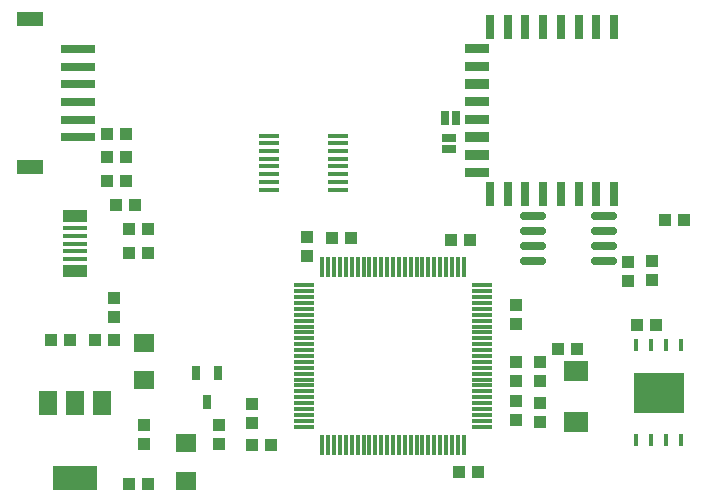
<source format=gtp>
G04 ---------------------------- Layer name :TOP PASTER LAYER*
G04 EasyEDA v5.7.22, Tue, 28 Aug 2018 07:39:09 GMT*
G04 bfd24f9e386c429bb71d77877026fdf2*
G04 Gerber Generator version 0.2*
G04 Scale: 100 percent, Rotated: No, Reflected: No *
G04 Dimensions in inches *
G04 leading zeros omitted , absolute positions ,2 integer and 4 decimal *
%FSLAX24Y24*%
%MOIN*%
G90*
G70D02*

%ADD16C,0.027559*%
%ADD19R,0.149606X0.078740*%
%ADD20R,0.059055X0.078740*%
%ADD21R,0.017717X0.039370*%
%ADD22R,0.167323X0.133858*%
%ADD23R,0.082677X0.017717*%
%ADD24R,0.082677X0.043307*%
%ADD25R,0.039370X0.043307*%
%ADD26R,0.043307X0.039370*%
%ADD27R,0.080000X0.070000*%
%ADD28R,0.027559X0.049213*%
%ADD29R,0.070900X0.063000*%
%ADD30R,0.118110X0.027600*%
%ADD31R,0.086614X0.051181*%
%ADD32R,0.071000X0.016000*%
%ADD33R,0.071500X0.012500*%
%ADD34R,0.012500X0.071500*%
%ADD35R,0.050000X0.025000*%
%ADD36R,0.025000X0.050000*%
%ADD37R,0.031500X0.078740*%

%LPD*%
G54D16*
G01X19966Y8128D02*
G01X19375Y8128D01*
G01X19966Y8628D02*
G01X19375Y8628D01*
G01X19966Y9128D02*
G01X19375Y9128D01*
G01X19966Y9628D02*
G01X19375Y9628D01*
G01X17586Y8128D02*
G01X16995Y8128D01*
G01X17586Y8628D02*
G01X16995Y8628D01*
G01X17586Y9128D02*
G01X16995Y9128D01*
G01X17586Y9628D02*
G01X16995Y9628D01*
G54D19*
G01X2031Y898D03*
G54D20*
G01X2031Y3378D03*
G01X1125Y3378D03*
G01X2936Y3378D03*
G54D21*
G01X20741Y2153D03*
G01X21241Y2153D03*
G01X21741Y2153D03*
G01X22241Y2153D03*
G01X22241Y5303D03*
G01X21741Y5303D03*
G01X21241Y5303D03*
G01X20741Y5303D03*
G54D22*
G01X21491Y3728D03*
G54D23*
G01X2044Y8186D03*
G01X2044Y8442D03*
G01X2044Y8697D03*
G01X2044Y8954D03*
G01X2044Y9210D03*
G54D24*
G01X2044Y9603D03*
G01X2044Y7792D03*
G54D25*
G01X1237Y5497D03*
G01X1867Y5497D03*
G01X3325Y5498D03*
G01X2695Y5498D03*
G01X3837Y9197D03*
G01X4467Y9197D03*
G01X3837Y8397D03*
G01X4467Y8397D03*
G54D26*
G01X3330Y6892D03*
G01X3330Y6261D03*
G54D25*
G01X11225Y8898D03*
G01X10595Y8898D03*
G54D26*
G01X7931Y2703D03*
G01X7931Y3334D03*
G01X17531Y4103D03*
G01X17531Y4734D03*
G54D27*
G01X18731Y4448D03*
G01X18731Y2748D03*
G54D26*
G01X17530Y3392D03*
G01X17530Y2761D03*
G54D25*
G01X18137Y5197D03*
G01X18767Y5197D03*
G01X4025Y9998D03*
G01X3395Y9998D03*
G01X3725Y10798D03*
G01X3095Y10798D03*
G01X3725Y11598D03*
G01X3095Y11598D03*
G01X3725Y12338D03*
G01X3095Y12338D03*
G54D28*
G01X6431Y3405D03*
G01X6057Y4390D03*
G01X6805Y4390D03*
G54D26*
G01X6831Y2003D03*
G01X6831Y2634D03*
G54D25*
G01X3837Y697D03*
G01X4467Y697D03*
G54D29*
G01X5731Y798D03*
G01X5731Y2057D03*
G54D26*
G01X9760Y8921D03*
G01X9760Y8292D03*
G01X16731Y4103D03*
G01X16731Y4734D03*
G54D25*
G01X22335Y9498D03*
G01X21705Y9498D03*
G54D26*
G01X16731Y6003D03*
G01X16731Y6634D03*
G54D25*
G01X21405Y5978D03*
G01X20775Y5978D03*
G01X15195Y8808D03*
G01X14565Y8808D03*
G54D26*
G01X16731Y2803D03*
G01X16731Y3434D03*
G54D25*
G01X7937Y1997D03*
G01X8567Y1997D03*
G01X14837Y1097D03*
G01X15467Y1097D03*
G54D26*
G01X4331Y2003D03*
G01X4331Y2634D03*
G54D29*
G01X4331Y5398D03*
G01X4331Y4138D03*
G54D26*
G01X20470Y8092D03*
G01X20470Y7461D03*
G01X21251Y7484D03*
G01X21251Y8113D03*
G54D30*
G01X2119Y12236D03*
G01X2121Y12828D03*
G01X2121Y13418D03*
G54D31*
G01X526Y11258D03*
G54D30*
G01X2121Y14003D03*
G01X2120Y14598D03*
G01X2120Y15189D03*
G54D31*
G01X543Y16177D03*
G54D32*
G01X10791Y10498D03*
G01X10791Y10757D03*
G01X10791Y11007D03*
G01X10791Y11267D03*
G01X10791Y11528D03*
G01X10791Y11778D03*
G01X10791Y12038D03*
G01X10791Y12288D03*
G01X8511Y12288D03*
G01X8511Y12038D03*
G01X8511Y11778D03*
G01X8511Y11528D03*
G01X8511Y11267D03*
G01X8511Y11007D03*
G01X8511Y10757D03*
G01X8511Y10498D03*
G54D33*
G01X15602Y2586D03*
G01X15602Y2786D03*
G01X15602Y2976D03*
G01X15602Y3176D03*
G01X15602Y3376D03*
G01X15602Y3566D03*
G01X15602Y3766D03*
G01X15602Y3966D03*
G01X15602Y4156D03*
G01X15602Y4356D03*
G01X15602Y4556D03*
G01X15602Y4746D03*
G01X15602Y4946D03*
G01X15602Y5146D03*
G01X15602Y5336D03*
G01X15602Y5536D03*
G01X15602Y5736D03*
G01X15602Y5926D03*
G01X15602Y6126D03*
G01X15602Y6326D03*
G01X15602Y6526D03*
G01X15602Y6716D03*
G01X15602Y6916D03*
G01X15602Y7116D03*
G01X15602Y7306D03*
G54D34*
G01X14992Y7916D03*
G01X14792Y7916D03*
G01X14602Y7916D03*
G01X14402Y7916D03*
G01X14202Y7916D03*
G01X14012Y7916D03*
G01X13812Y7916D03*
G01X13612Y7916D03*
G01X13422Y7916D03*
G01X13222Y7916D03*
G01X13022Y7916D03*
G01X12832Y7916D03*
G01X12632Y7916D03*
G01X12432Y7916D03*
G01X12242Y7916D03*
G01X12042Y7916D03*
G01X11842Y7916D03*
G01X11652Y7916D03*
G01X11452Y7916D03*
G01X11252Y7916D03*
G01X11052Y7916D03*
G01X10862Y7916D03*
G01X10662Y7916D03*
G01X10462Y7916D03*
G01X10272Y7916D03*
G54D33*
G01X9662Y7306D03*
G01X9662Y7116D03*
G01X9662Y6916D03*
G01X9662Y6716D03*
G01X9662Y6526D03*
G01X9662Y6326D03*
G01X9662Y6126D03*
G01X9662Y5926D03*
G01X9662Y5736D03*
G01X9662Y5536D03*
G01X9662Y5336D03*
G01X9662Y5146D03*
G01X9662Y4946D03*
G01X9662Y4746D03*
G01X9662Y4556D03*
G01X9662Y4356D03*
G01X9662Y4156D03*
G01X9662Y3966D03*
G01X9662Y3766D03*
G01X9662Y3566D03*
G01X9662Y3376D03*
G01X9662Y3176D03*
G01X9662Y2976D03*
G01X9662Y2786D03*
G01X9662Y2586D03*
G54D34*
G01X10272Y1976D03*
G01X10462Y1976D03*
G01X10662Y1976D03*
G01X10862Y1976D03*
G01X11052Y1976D03*
G01X11252Y1976D03*
G01X11452Y1976D03*
G01X11652Y1976D03*
G01X11842Y1976D03*
G01X12042Y1976D03*
G01X12242Y1976D03*
G01X12432Y1976D03*
G01X12632Y1976D03*
G01X12832Y1976D03*
G01X13022Y1976D03*
G01X13222Y1976D03*
G01X13422Y1976D03*
G01X13612Y1976D03*
G01X13812Y1976D03*
G01X14012Y1976D03*
G01X14202Y1976D03*
G01X14402Y1976D03*
G01X14602Y1976D03*
G01X14792Y1976D03*
G01X14992Y1976D03*
G54D35*
G01X14501Y11857D03*
G01X14501Y12217D03*
G54D36*
G01X14361Y12867D03*
G01X14721Y12867D03*
G54D37*
G01X20000Y15911D03*
G36*
G01X15039Y15038D02*
G01X15039Y15352D01*
G01X15826Y15352D01*
G01X15826Y15038D01*
G01X15039Y15038D01*
G37*
G01X20000Y10345D03*
G01X19409Y10345D03*
G01X19409Y15911D03*
G01X18818Y15911D03*
G01X18818Y10345D03*
G01X18228Y10345D03*
G01X18228Y15911D03*
G01X17637Y15911D03*
G01X17637Y10345D03*
G01X17047Y10345D03*
G01X17047Y15911D03*
G01X16456Y15911D03*
G01X16456Y10345D03*
G01X15866Y10345D03*
G01X15866Y15911D03*
G36*
G01X15039Y14447D02*
G01X15039Y14762D01*
G01X15826Y14762D01*
G01X15826Y14447D01*
G01X15039Y14447D01*
G37*
G36*
G01X15039Y13856D02*
G01X15039Y14171D01*
G01X15826Y14171D01*
G01X15826Y13856D01*
G01X15039Y13856D01*
G37*
G36*
G01X15039Y13266D02*
G01X15039Y13581D01*
G01X15826Y13581D01*
G01X15826Y13266D01*
G01X15039Y13266D01*
G37*
G36*
G01X15039Y12675D02*
G01X15039Y12990D01*
G01X15826Y12990D01*
G01X15826Y12675D01*
G01X15039Y12675D01*
G37*
G36*
G01X15039Y12085D02*
G01X15039Y12400D01*
G01X15826Y12400D01*
G01X15826Y12085D01*
G01X15039Y12085D01*
G37*
G36*
G01X15039Y11494D02*
G01X15039Y11809D01*
G01X15826Y11809D01*
G01X15826Y11494D01*
G01X15039Y11494D01*
G37*
G36*
G01X15039Y10904D02*
G01X15039Y11219D01*
G01X15826Y11219D01*
G01X15826Y10904D01*
G01X15039Y10904D01*
G37*
M00*
M02*

</source>
